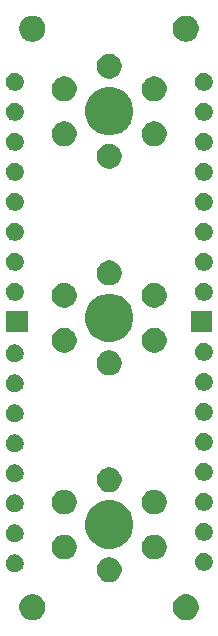
<source format=gbr>
G04 #@! TF.GenerationSoftware,KiCad,Pcbnew,5.1.5-52549c5~84~ubuntu18.04.1*
G04 #@! TF.CreationDate,2020-01-14T19:02:19-08:00*
G04 #@! TF.ProjectId,somos_dielectrode_v1.0,736f6d6f-735f-4646-9965-6c656374726f,rev?*
G04 #@! TF.SameCoordinates,Original*
G04 #@! TF.FileFunction,Soldermask,Bot*
G04 #@! TF.FilePolarity,Negative*
%FSLAX46Y46*%
G04 Gerber Fmt 4.6, Leading zero omitted, Abs format (unit mm)*
G04 Created by KiCad (PCBNEW 5.1.5-52549c5~84~ubuntu18.04.1) date 2020-01-14 19:02:19*
%MOMM*%
%LPD*%
G04 APERTURE LIST*
%ADD10C,0.100000*%
G04 APERTURE END LIST*
D10*
G36*
X156714794Y-123420155D02*
G01*
X156821150Y-123441311D01*
X156921334Y-123482809D01*
X157021520Y-123524307D01*
X157201844Y-123644795D01*
X157355205Y-123798156D01*
X157475693Y-123978480D01*
X157558689Y-124178851D01*
X157601000Y-124391560D01*
X157601000Y-124608440D01*
X157558689Y-124821149D01*
X157475693Y-125021520D01*
X157355205Y-125201844D01*
X157201844Y-125355205D01*
X157021520Y-125475693D01*
X156921334Y-125517191D01*
X156821150Y-125558689D01*
X156714795Y-125579844D01*
X156608440Y-125601000D01*
X156391560Y-125601000D01*
X156285205Y-125579844D01*
X156178850Y-125558689D01*
X156078666Y-125517191D01*
X155978480Y-125475693D01*
X155798156Y-125355205D01*
X155644795Y-125201844D01*
X155524307Y-125021520D01*
X155441311Y-124821149D01*
X155399000Y-124608440D01*
X155399000Y-124391560D01*
X155441311Y-124178851D01*
X155524307Y-123978480D01*
X155644795Y-123798156D01*
X155798156Y-123644795D01*
X155978480Y-123524307D01*
X156078666Y-123482809D01*
X156178850Y-123441311D01*
X156285206Y-123420155D01*
X156391560Y-123399000D01*
X156608440Y-123399000D01*
X156714794Y-123420155D01*
G37*
G36*
X143714794Y-123420155D02*
G01*
X143821150Y-123441311D01*
X143921334Y-123482809D01*
X144021520Y-123524307D01*
X144201844Y-123644795D01*
X144355205Y-123798156D01*
X144475693Y-123978480D01*
X144558689Y-124178851D01*
X144601000Y-124391560D01*
X144601000Y-124608440D01*
X144558689Y-124821149D01*
X144475693Y-125021520D01*
X144355205Y-125201844D01*
X144201844Y-125355205D01*
X144021520Y-125475693D01*
X143921334Y-125517191D01*
X143821150Y-125558689D01*
X143714795Y-125579844D01*
X143608440Y-125601000D01*
X143391560Y-125601000D01*
X143285205Y-125579844D01*
X143178850Y-125558689D01*
X143078666Y-125517191D01*
X142978480Y-125475693D01*
X142798156Y-125355205D01*
X142644795Y-125201844D01*
X142524307Y-125021520D01*
X142441311Y-124821149D01*
X142399000Y-124608440D01*
X142399000Y-124391560D01*
X142441311Y-124178851D01*
X142524307Y-123978480D01*
X142644795Y-123798156D01*
X142798156Y-123644795D01*
X142978480Y-123524307D01*
X143078666Y-123482809D01*
X143178850Y-123441311D01*
X143285206Y-123420155D01*
X143391560Y-123399000D01*
X143608440Y-123399000D01*
X143714794Y-123420155D01*
G37*
G36*
X150306564Y-120299389D02*
G01*
X150395880Y-120336385D01*
X150497835Y-120378616D01*
X150669973Y-120493635D01*
X150816365Y-120640027D01*
X150872453Y-120723968D01*
X150931385Y-120812167D01*
X151010611Y-121003436D01*
X151051000Y-121206484D01*
X151051000Y-121413516D01*
X151010611Y-121616564D01*
X150931385Y-121807833D01*
X150931384Y-121807835D01*
X150816365Y-121979973D01*
X150669973Y-122126365D01*
X150497835Y-122241384D01*
X150497834Y-122241385D01*
X150497833Y-122241385D01*
X150306564Y-122320611D01*
X150103516Y-122361000D01*
X149896484Y-122361000D01*
X149693436Y-122320611D01*
X149502167Y-122241385D01*
X149502166Y-122241385D01*
X149502165Y-122241384D01*
X149330027Y-122126365D01*
X149183635Y-121979973D01*
X149068616Y-121807835D01*
X149068615Y-121807833D01*
X148989389Y-121616564D01*
X148949000Y-121413516D01*
X148949000Y-121206484D01*
X148989389Y-121003436D01*
X149068615Y-120812167D01*
X149127548Y-120723968D01*
X149183635Y-120640027D01*
X149330027Y-120493635D01*
X149502165Y-120378616D01*
X149604120Y-120336385D01*
X149693436Y-120299389D01*
X149896484Y-120259000D01*
X150103516Y-120259000D01*
X150306564Y-120299389D01*
G37*
G36*
X142219059Y-120057860D02*
G01*
X142355732Y-120114472D01*
X142478735Y-120196660D01*
X142583340Y-120301265D01*
X142665528Y-120424268D01*
X142722140Y-120560941D01*
X142751000Y-120706033D01*
X142751000Y-120853967D01*
X142722140Y-120999059D01*
X142665528Y-121135732D01*
X142583340Y-121258735D01*
X142478735Y-121363340D01*
X142355732Y-121445528D01*
X142355731Y-121445529D01*
X142355730Y-121445529D01*
X142219059Y-121502140D01*
X142073968Y-121531000D01*
X141926032Y-121531000D01*
X141780941Y-121502140D01*
X141644270Y-121445529D01*
X141644269Y-121445529D01*
X141644268Y-121445528D01*
X141521265Y-121363340D01*
X141416660Y-121258735D01*
X141334472Y-121135732D01*
X141277860Y-120999059D01*
X141249000Y-120853967D01*
X141249000Y-120706033D01*
X141277860Y-120560941D01*
X141334472Y-120424268D01*
X141416660Y-120301265D01*
X141521265Y-120196660D01*
X141644268Y-120114472D01*
X141780941Y-120057860D01*
X141926032Y-120029000D01*
X142073968Y-120029000D01*
X142219059Y-120057860D01*
G37*
G36*
X158219059Y-119927860D02*
G01*
X158355732Y-119984472D01*
X158478735Y-120066660D01*
X158583340Y-120171265D01*
X158665528Y-120294268D01*
X158665529Y-120294270D01*
X158722140Y-120430941D01*
X158751000Y-120576032D01*
X158751000Y-120723968D01*
X158722140Y-120869059D01*
X158666480Y-121003435D01*
X158665528Y-121005732D01*
X158583340Y-121128735D01*
X158478735Y-121233340D01*
X158355732Y-121315528D01*
X158355731Y-121315529D01*
X158355730Y-121315529D01*
X158219059Y-121372140D01*
X158073968Y-121401000D01*
X157926032Y-121401000D01*
X157780941Y-121372140D01*
X157644270Y-121315529D01*
X157644269Y-121315529D01*
X157644268Y-121315528D01*
X157521265Y-121233340D01*
X157416660Y-121128735D01*
X157334472Y-121005732D01*
X157333521Y-121003435D01*
X157277860Y-120869059D01*
X157249000Y-120723968D01*
X157249000Y-120576032D01*
X157277860Y-120430941D01*
X157334471Y-120294270D01*
X157334472Y-120294268D01*
X157416660Y-120171265D01*
X157521265Y-120066660D01*
X157644268Y-119984472D01*
X157780941Y-119927860D01*
X157926032Y-119899000D01*
X158073968Y-119899000D01*
X158219059Y-119927860D01*
G37*
G36*
X154116564Y-118394389D02*
G01*
X154302753Y-118471511D01*
X154307835Y-118473616D01*
X154479973Y-118588635D01*
X154626365Y-118735027D01*
X154710538Y-118861000D01*
X154741385Y-118907167D01*
X154820611Y-119098436D01*
X154861000Y-119301484D01*
X154861000Y-119508516D01*
X154820611Y-119711564D01*
X154741385Y-119902833D01*
X154741384Y-119902835D01*
X154626365Y-120074973D01*
X154479973Y-120221365D01*
X154307835Y-120336384D01*
X154307834Y-120336385D01*
X154307833Y-120336385D01*
X154116564Y-120415611D01*
X153913516Y-120456000D01*
X153706484Y-120456000D01*
X153503436Y-120415611D01*
X153312167Y-120336385D01*
X153312166Y-120336385D01*
X153312165Y-120336384D01*
X153140027Y-120221365D01*
X152993635Y-120074973D01*
X152878616Y-119902835D01*
X152878615Y-119902833D01*
X152799389Y-119711564D01*
X152759000Y-119508516D01*
X152759000Y-119301484D01*
X152799389Y-119098436D01*
X152878615Y-118907167D01*
X152909463Y-118861000D01*
X152993635Y-118735027D01*
X153140027Y-118588635D01*
X153312165Y-118473616D01*
X153317247Y-118471511D01*
X153503436Y-118394389D01*
X153706484Y-118354000D01*
X153913516Y-118354000D01*
X154116564Y-118394389D01*
G37*
G36*
X146496564Y-118394389D02*
G01*
X146682753Y-118471511D01*
X146687835Y-118473616D01*
X146859973Y-118588635D01*
X147006365Y-118735027D01*
X147090538Y-118861000D01*
X147121385Y-118907167D01*
X147200611Y-119098436D01*
X147241000Y-119301484D01*
X147241000Y-119508516D01*
X147200611Y-119711564D01*
X147121385Y-119902833D01*
X147121384Y-119902835D01*
X147006365Y-120074973D01*
X146859973Y-120221365D01*
X146687835Y-120336384D01*
X146687834Y-120336385D01*
X146687833Y-120336385D01*
X146496564Y-120415611D01*
X146293516Y-120456000D01*
X146086484Y-120456000D01*
X145883436Y-120415611D01*
X145692167Y-120336385D01*
X145692166Y-120336385D01*
X145692165Y-120336384D01*
X145520027Y-120221365D01*
X145373635Y-120074973D01*
X145258616Y-119902835D01*
X145258615Y-119902833D01*
X145179389Y-119711564D01*
X145139000Y-119508516D01*
X145139000Y-119301484D01*
X145179389Y-119098436D01*
X145258615Y-118907167D01*
X145289463Y-118861000D01*
X145373635Y-118735027D01*
X145520027Y-118588635D01*
X145692165Y-118473616D01*
X145697247Y-118471511D01*
X145883436Y-118394389D01*
X146086484Y-118354000D01*
X146293516Y-118354000D01*
X146496564Y-118394389D01*
G37*
G36*
X150598254Y-115527818D02*
G01*
X150971511Y-115682426D01*
X150971513Y-115682427D01*
X151307436Y-115906884D01*
X151593116Y-116192564D01*
X151816168Y-116526384D01*
X151817574Y-116528489D01*
X151972182Y-116901746D01*
X152051000Y-117297993D01*
X152051000Y-117702007D01*
X151972182Y-118098254D01*
X151819968Y-118465732D01*
X151817573Y-118471513D01*
X151593116Y-118807436D01*
X151307436Y-119093116D01*
X150971513Y-119317573D01*
X150971512Y-119317574D01*
X150971511Y-119317574D01*
X150598254Y-119472182D01*
X150202007Y-119551000D01*
X149797993Y-119551000D01*
X149401746Y-119472182D01*
X149028489Y-119317574D01*
X149028488Y-119317574D01*
X149028487Y-119317573D01*
X148692564Y-119093116D01*
X148406884Y-118807436D01*
X148182427Y-118471513D01*
X148180032Y-118465732D01*
X148027818Y-118098254D01*
X147949000Y-117702007D01*
X147949000Y-117297993D01*
X148027818Y-116901746D01*
X148182426Y-116528489D01*
X148183833Y-116526384D01*
X148406884Y-116192564D01*
X148692564Y-115906884D01*
X149028487Y-115682427D01*
X149028489Y-115682426D01*
X149401746Y-115527818D01*
X149797993Y-115449000D01*
X150202007Y-115449000D01*
X150598254Y-115527818D01*
G37*
G36*
X142219059Y-117517860D02*
G01*
X142355732Y-117574472D01*
X142478735Y-117656660D01*
X142583340Y-117761265D01*
X142583341Y-117761267D01*
X142665529Y-117884270D01*
X142722140Y-118020941D01*
X142737519Y-118098255D01*
X142751000Y-118166033D01*
X142751000Y-118313967D01*
X142722140Y-118459059D01*
X142665528Y-118595732D01*
X142583340Y-118718735D01*
X142478735Y-118823340D01*
X142355732Y-118905528D01*
X142355731Y-118905529D01*
X142355730Y-118905529D01*
X142219059Y-118962140D01*
X142073968Y-118991000D01*
X141926032Y-118991000D01*
X141780941Y-118962140D01*
X141644270Y-118905529D01*
X141644269Y-118905529D01*
X141644268Y-118905528D01*
X141521265Y-118823340D01*
X141416660Y-118718735D01*
X141334472Y-118595732D01*
X141277860Y-118459059D01*
X141249000Y-118313967D01*
X141249000Y-118166033D01*
X141262482Y-118098255D01*
X141277860Y-118020941D01*
X141334471Y-117884270D01*
X141416659Y-117761267D01*
X141416660Y-117761265D01*
X141521265Y-117656660D01*
X141644268Y-117574472D01*
X141780941Y-117517860D01*
X141926032Y-117489000D01*
X142073968Y-117489000D01*
X142219059Y-117517860D01*
G37*
G36*
X158219059Y-117387860D02*
G01*
X158355732Y-117444472D01*
X158478735Y-117526660D01*
X158583340Y-117631265D01*
X158665528Y-117754268D01*
X158722140Y-117890941D01*
X158751000Y-118036033D01*
X158751000Y-118183967D01*
X158722140Y-118329059D01*
X158665528Y-118465732D01*
X158583340Y-118588735D01*
X158478735Y-118693340D01*
X158355732Y-118775528D01*
X158355731Y-118775529D01*
X158355730Y-118775529D01*
X158219059Y-118832140D01*
X158073968Y-118861000D01*
X157926032Y-118861000D01*
X157780941Y-118832140D01*
X157644270Y-118775529D01*
X157644269Y-118775529D01*
X157644268Y-118775528D01*
X157521265Y-118693340D01*
X157416660Y-118588735D01*
X157334472Y-118465732D01*
X157277860Y-118329059D01*
X157249000Y-118183967D01*
X157249000Y-118036033D01*
X157277860Y-117890941D01*
X157334472Y-117754268D01*
X157416660Y-117631265D01*
X157521265Y-117526660D01*
X157644268Y-117444472D01*
X157780941Y-117387860D01*
X157926032Y-117359000D01*
X158073968Y-117359000D01*
X158219059Y-117387860D01*
G37*
G36*
X146496564Y-114584389D02*
G01*
X146585880Y-114621385D01*
X146687835Y-114663616D01*
X146859973Y-114778635D01*
X147006365Y-114925027D01*
X147117442Y-115091265D01*
X147121385Y-115097167D01*
X147200611Y-115288436D01*
X147241000Y-115491484D01*
X147241000Y-115698516D01*
X147200611Y-115901564D01*
X147121385Y-116092833D01*
X147121384Y-116092835D01*
X147006365Y-116264973D01*
X146859973Y-116411365D01*
X146687835Y-116526384D01*
X146687834Y-116526385D01*
X146687833Y-116526385D01*
X146496564Y-116605611D01*
X146293516Y-116646000D01*
X146086484Y-116646000D01*
X145883436Y-116605611D01*
X145692167Y-116526385D01*
X145692166Y-116526385D01*
X145692165Y-116526384D01*
X145520027Y-116411365D01*
X145373635Y-116264973D01*
X145258616Y-116092835D01*
X145258615Y-116092833D01*
X145179389Y-115901564D01*
X145139000Y-115698516D01*
X145139000Y-115491484D01*
X145179389Y-115288436D01*
X145258615Y-115097167D01*
X145262559Y-115091265D01*
X145373635Y-114925027D01*
X145520027Y-114778635D01*
X145692165Y-114663616D01*
X145794120Y-114621385D01*
X145883436Y-114584389D01*
X146086484Y-114544000D01*
X146293516Y-114544000D01*
X146496564Y-114584389D01*
G37*
G36*
X154116564Y-114584389D02*
G01*
X154205880Y-114621385D01*
X154307835Y-114663616D01*
X154479973Y-114778635D01*
X154626365Y-114925027D01*
X154737442Y-115091265D01*
X154741385Y-115097167D01*
X154820611Y-115288436D01*
X154861000Y-115491484D01*
X154861000Y-115698516D01*
X154820611Y-115901564D01*
X154741385Y-116092833D01*
X154741384Y-116092835D01*
X154626365Y-116264973D01*
X154479973Y-116411365D01*
X154307835Y-116526384D01*
X154307834Y-116526385D01*
X154307833Y-116526385D01*
X154116564Y-116605611D01*
X153913516Y-116646000D01*
X153706484Y-116646000D01*
X153503436Y-116605611D01*
X153312167Y-116526385D01*
X153312166Y-116526385D01*
X153312165Y-116526384D01*
X153140027Y-116411365D01*
X152993635Y-116264973D01*
X152878616Y-116092835D01*
X152878615Y-116092833D01*
X152799389Y-115901564D01*
X152759000Y-115698516D01*
X152759000Y-115491484D01*
X152799389Y-115288436D01*
X152878615Y-115097167D01*
X152882559Y-115091265D01*
X152993635Y-114925027D01*
X153140027Y-114778635D01*
X153312165Y-114663616D01*
X153414120Y-114621385D01*
X153503436Y-114584389D01*
X153706484Y-114544000D01*
X153913516Y-114544000D01*
X154116564Y-114584389D01*
G37*
G36*
X142219059Y-114977860D02*
G01*
X142355732Y-115034472D01*
X142478735Y-115116660D01*
X142583340Y-115221265D01*
X142628222Y-115288436D01*
X142665529Y-115344270D01*
X142722140Y-115480941D01*
X142724238Y-115491486D01*
X142751000Y-115626033D01*
X142751000Y-115773967D01*
X142722140Y-115919059D01*
X142665528Y-116055732D01*
X142583340Y-116178735D01*
X142478735Y-116283340D01*
X142355732Y-116365528D01*
X142355731Y-116365529D01*
X142355730Y-116365529D01*
X142219059Y-116422140D01*
X142073968Y-116451000D01*
X141926032Y-116451000D01*
X141780941Y-116422140D01*
X141644270Y-116365529D01*
X141644269Y-116365529D01*
X141644268Y-116365528D01*
X141521265Y-116283340D01*
X141416660Y-116178735D01*
X141334472Y-116055732D01*
X141277860Y-115919059D01*
X141249000Y-115773967D01*
X141249000Y-115626033D01*
X141275763Y-115491486D01*
X141277860Y-115480941D01*
X141334471Y-115344270D01*
X141371778Y-115288436D01*
X141416660Y-115221265D01*
X141521265Y-115116660D01*
X141644268Y-115034472D01*
X141780941Y-114977860D01*
X141926032Y-114949000D01*
X142073968Y-114949000D01*
X142219059Y-114977860D01*
G37*
G36*
X158219059Y-114847860D02*
G01*
X158355732Y-114904472D01*
X158478735Y-114986660D01*
X158583340Y-115091265D01*
X158600308Y-115116660D01*
X158665529Y-115214270D01*
X158719376Y-115344268D01*
X158722140Y-115350941D01*
X158751000Y-115496033D01*
X158751000Y-115643967D01*
X158722140Y-115789059D01*
X158665528Y-115925732D01*
X158583340Y-116048735D01*
X158478735Y-116153340D01*
X158355732Y-116235528D01*
X158355731Y-116235529D01*
X158355730Y-116235529D01*
X158219059Y-116292140D01*
X158073968Y-116321000D01*
X157926032Y-116321000D01*
X157780941Y-116292140D01*
X157644270Y-116235529D01*
X157644269Y-116235529D01*
X157644268Y-116235528D01*
X157521265Y-116153340D01*
X157416660Y-116048735D01*
X157334472Y-115925732D01*
X157277860Y-115789059D01*
X157249000Y-115643967D01*
X157249000Y-115496033D01*
X157277860Y-115350941D01*
X157280624Y-115344268D01*
X157334471Y-115214270D01*
X157399692Y-115116660D01*
X157416660Y-115091265D01*
X157521265Y-114986660D01*
X157644268Y-114904472D01*
X157780941Y-114847860D01*
X157926032Y-114819000D01*
X158073968Y-114819000D01*
X158219059Y-114847860D01*
G37*
G36*
X150306564Y-112679389D02*
G01*
X150497833Y-112758615D01*
X150497835Y-112758616D01*
X150669973Y-112873635D01*
X150816365Y-113020027D01*
X150872453Y-113103968D01*
X150931385Y-113192167D01*
X151010611Y-113383436D01*
X151051000Y-113586484D01*
X151051000Y-113793516D01*
X151010611Y-113996564D01*
X150931385Y-114187833D01*
X150931384Y-114187835D01*
X150816365Y-114359973D01*
X150669973Y-114506365D01*
X150497835Y-114621384D01*
X150497834Y-114621385D01*
X150497833Y-114621385D01*
X150306564Y-114700611D01*
X150103516Y-114741000D01*
X149896484Y-114741000D01*
X149693436Y-114700611D01*
X149502167Y-114621385D01*
X149502166Y-114621385D01*
X149502165Y-114621384D01*
X149330027Y-114506365D01*
X149183635Y-114359973D01*
X149068616Y-114187835D01*
X149068615Y-114187833D01*
X148989389Y-113996564D01*
X148949000Y-113793516D01*
X148949000Y-113586484D01*
X148989389Y-113383436D01*
X149068615Y-113192167D01*
X149127548Y-113103968D01*
X149183635Y-113020027D01*
X149330027Y-112873635D01*
X149502165Y-112758616D01*
X149502167Y-112758615D01*
X149693436Y-112679389D01*
X149896484Y-112639000D01*
X150103516Y-112639000D01*
X150306564Y-112679389D01*
G37*
G36*
X142219059Y-112437860D02*
G01*
X142355732Y-112494472D01*
X142478735Y-112576660D01*
X142583340Y-112681265D01*
X142665528Y-112804268D01*
X142722140Y-112940941D01*
X142751000Y-113086033D01*
X142751000Y-113233967D01*
X142722140Y-113379059D01*
X142665528Y-113515732D01*
X142583340Y-113638735D01*
X142478735Y-113743340D01*
X142355732Y-113825528D01*
X142355731Y-113825529D01*
X142355730Y-113825529D01*
X142219059Y-113882140D01*
X142073968Y-113911000D01*
X141926032Y-113911000D01*
X141780941Y-113882140D01*
X141644270Y-113825529D01*
X141644269Y-113825529D01*
X141644268Y-113825528D01*
X141521265Y-113743340D01*
X141416660Y-113638735D01*
X141334472Y-113515732D01*
X141277860Y-113379059D01*
X141249000Y-113233967D01*
X141249000Y-113086033D01*
X141277860Y-112940941D01*
X141334472Y-112804268D01*
X141416660Y-112681265D01*
X141521265Y-112576660D01*
X141644268Y-112494472D01*
X141780941Y-112437860D01*
X141926032Y-112409000D01*
X142073968Y-112409000D01*
X142219059Y-112437860D01*
G37*
G36*
X158219059Y-112307860D02*
G01*
X158355732Y-112364472D01*
X158478735Y-112446660D01*
X158583340Y-112551265D01*
X158665528Y-112674268D01*
X158665529Y-112674270D01*
X158722140Y-112810941D01*
X158751000Y-112956032D01*
X158751000Y-113103968D01*
X158722140Y-113249059D01*
X158666480Y-113383435D01*
X158665528Y-113385732D01*
X158583340Y-113508735D01*
X158478735Y-113613340D01*
X158355732Y-113695528D01*
X158355731Y-113695529D01*
X158355730Y-113695529D01*
X158219059Y-113752140D01*
X158073968Y-113781000D01*
X157926032Y-113781000D01*
X157780941Y-113752140D01*
X157644270Y-113695529D01*
X157644269Y-113695529D01*
X157644268Y-113695528D01*
X157521265Y-113613340D01*
X157416660Y-113508735D01*
X157334472Y-113385732D01*
X157333521Y-113383435D01*
X157277860Y-113249059D01*
X157249000Y-113103968D01*
X157249000Y-112956032D01*
X157277860Y-112810941D01*
X157334471Y-112674270D01*
X157334472Y-112674268D01*
X157416660Y-112551265D01*
X157521265Y-112446660D01*
X157644268Y-112364472D01*
X157780941Y-112307860D01*
X157926032Y-112279000D01*
X158073968Y-112279000D01*
X158219059Y-112307860D01*
G37*
G36*
X142219059Y-109897860D02*
G01*
X142355732Y-109954472D01*
X142478735Y-110036660D01*
X142583340Y-110141265D01*
X142665528Y-110264268D01*
X142722140Y-110400941D01*
X142751000Y-110546033D01*
X142751000Y-110693967D01*
X142722140Y-110839059D01*
X142665528Y-110975732D01*
X142583340Y-111098735D01*
X142478735Y-111203340D01*
X142355732Y-111285528D01*
X142355731Y-111285529D01*
X142355730Y-111285529D01*
X142219059Y-111342140D01*
X142073968Y-111371000D01*
X141926032Y-111371000D01*
X141780941Y-111342140D01*
X141644270Y-111285529D01*
X141644269Y-111285529D01*
X141644268Y-111285528D01*
X141521265Y-111203340D01*
X141416660Y-111098735D01*
X141334472Y-110975732D01*
X141277860Y-110839059D01*
X141249000Y-110693967D01*
X141249000Y-110546033D01*
X141277860Y-110400941D01*
X141334472Y-110264268D01*
X141416660Y-110141265D01*
X141521265Y-110036660D01*
X141644268Y-109954472D01*
X141780941Y-109897860D01*
X141926032Y-109869000D01*
X142073968Y-109869000D01*
X142219059Y-109897860D01*
G37*
G36*
X158219059Y-109767860D02*
G01*
X158355732Y-109824472D01*
X158478735Y-109906660D01*
X158583340Y-110011265D01*
X158665528Y-110134268D01*
X158722140Y-110270941D01*
X158751000Y-110416033D01*
X158751000Y-110563967D01*
X158722140Y-110709059D01*
X158665528Y-110845732D01*
X158583340Y-110968735D01*
X158478735Y-111073340D01*
X158355732Y-111155528D01*
X158355731Y-111155529D01*
X158355730Y-111155529D01*
X158219059Y-111212140D01*
X158073968Y-111241000D01*
X157926032Y-111241000D01*
X157780941Y-111212140D01*
X157644270Y-111155529D01*
X157644269Y-111155529D01*
X157644268Y-111155528D01*
X157521265Y-111073340D01*
X157416660Y-110968735D01*
X157334472Y-110845732D01*
X157277860Y-110709059D01*
X157249000Y-110563967D01*
X157249000Y-110416033D01*
X157277860Y-110270941D01*
X157334472Y-110134268D01*
X157416660Y-110011265D01*
X157521265Y-109906660D01*
X157644268Y-109824472D01*
X157780941Y-109767860D01*
X157926032Y-109739000D01*
X158073968Y-109739000D01*
X158219059Y-109767860D01*
G37*
G36*
X142219059Y-107357860D02*
G01*
X142355732Y-107414472D01*
X142478735Y-107496660D01*
X142583340Y-107601265D01*
X142665528Y-107724268D01*
X142722140Y-107860941D01*
X142751000Y-108006033D01*
X142751000Y-108153967D01*
X142722140Y-108299059D01*
X142665528Y-108435732D01*
X142583340Y-108558735D01*
X142478735Y-108663340D01*
X142355732Y-108745528D01*
X142355731Y-108745529D01*
X142355730Y-108745529D01*
X142219059Y-108802140D01*
X142073968Y-108831000D01*
X141926032Y-108831000D01*
X141780941Y-108802140D01*
X141644270Y-108745529D01*
X141644269Y-108745529D01*
X141644268Y-108745528D01*
X141521265Y-108663340D01*
X141416660Y-108558735D01*
X141334472Y-108435732D01*
X141277860Y-108299059D01*
X141249000Y-108153967D01*
X141249000Y-108006033D01*
X141277860Y-107860941D01*
X141334472Y-107724268D01*
X141416660Y-107601265D01*
X141521265Y-107496660D01*
X141644268Y-107414472D01*
X141780941Y-107357860D01*
X141926032Y-107329000D01*
X142073968Y-107329000D01*
X142219059Y-107357860D01*
G37*
G36*
X158219059Y-107227860D02*
G01*
X158355732Y-107284472D01*
X158478735Y-107366660D01*
X158583340Y-107471265D01*
X158665528Y-107594268D01*
X158722140Y-107730941D01*
X158751000Y-107876033D01*
X158751000Y-108023967D01*
X158722140Y-108169059D01*
X158665528Y-108305732D01*
X158583340Y-108428735D01*
X158478735Y-108533340D01*
X158355732Y-108615528D01*
X158355731Y-108615529D01*
X158355730Y-108615529D01*
X158219059Y-108672140D01*
X158073968Y-108701000D01*
X157926032Y-108701000D01*
X157780941Y-108672140D01*
X157644270Y-108615529D01*
X157644269Y-108615529D01*
X157644268Y-108615528D01*
X157521265Y-108533340D01*
X157416660Y-108428735D01*
X157334472Y-108305732D01*
X157277860Y-108169059D01*
X157249000Y-108023967D01*
X157249000Y-107876033D01*
X157277860Y-107730941D01*
X157334472Y-107594268D01*
X157416660Y-107471265D01*
X157521265Y-107366660D01*
X157644268Y-107284472D01*
X157780941Y-107227860D01*
X157926032Y-107199000D01*
X158073968Y-107199000D01*
X158219059Y-107227860D01*
G37*
G36*
X142219059Y-104817860D02*
G01*
X142355732Y-104874472D01*
X142478735Y-104956660D01*
X142583340Y-105061265D01*
X142665528Y-105184268D01*
X142722140Y-105320941D01*
X142751000Y-105466033D01*
X142751000Y-105613967D01*
X142722140Y-105759059D01*
X142665528Y-105895732D01*
X142583340Y-106018735D01*
X142478735Y-106123340D01*
X142355732Y-106205528D01*
X142355731Y-106205529D01*
X142355730Y-106205529D01*
X142219059Y-106262140D01*
X142073968Y-106291000D01*
X141926032Y-106291000D01*
X141780941Y-106262140D01*
X141644270Y-106205529D01*
X141644269Y-106205529D01*
X141644268Y-106205528D01*
X141521265Y-106123340D01*
X141416660Y-106018735D01*
X141334472Y-105895732D01*
X141277860Y-105759059D01*
X141249000Y-105613967D01*
X141249000Y-105466033D01*
X141277860Y-105320941D01*
X141334472Y-105184268D01*
X141416660Y-105061265D01*
X141521265Y-104956660D01*
X141644268Y-104874472D01*
X141780941Y-104817860D01*
X141926032Y-104789000D01*
X142073968Y-104789000D01*
X142219059Y-104817860D01*
G37*
G36*
X158219059Y-104687860D02*
G01*
X158348280Y-104741385D01*
X158355732Y-104744472D01*
X158478735Y-104826660D01*
X158583340Y-104931265D01*
X158665528Y-105054268D01*
X158722140Y-105190941D01*
X158751000Y-105336033D01*
X158751000Y-105483967D01*
X158722140Y-105629059D01*
X158665528Y-105765732D01*
X158583340Y-105888735D01*
X158478735Y-105993340D01*
X158355732Y-106075528D01*
X158355731Y-106075529D01*
X158355730Y-106075529D01*
X158219059Y-106132140D01*
X158073968Y-106161000D01*
X157926032Y-106161000D01*
X157780941Y-106132140D01*
X157644270Y-106075529D01*
X157644269Y-106075529D01*
X157644268Y-106075528D01*
X157521265Y-105993340D01*
X157416660Y-105888735D01*
X157334472Y-105765732D01*
X157277860Y-105629059D01*
X157249000Y-105483967D01*
X157249000Y-105336033D01*
X157277860Y-105190941D01*
X157334472Y-105054268D01*
X157416660Y-104931265D01*
X157521265Y-104826660D01*
X157644268Y-104744472D01*
X157651721Y-104741385D01*
X157780941Y-104687860D01*
X157926032Y-104659000D01*
X158073968Y-104659000D01*
X158219059Y-104687860D01*
G37*
G36*
X150306564Y-102799389D02*
G01*
X150395880Y-102836385D01*
X150497835Y-102878616D01*
X150669973Y-102993635D01*
X150816365Y-103140027D01*
X150869173Y-103219059D01*
X150931385Y-103312167D01*
X151010611Y-103503436D01*
X151051000Y-103706484D01*
X151051000Y-103913516D01*
X151010611Y-104116564D01*
X150931385Y-104307833D01*
X150931384Y-104307835D01*
X150816365Y-104479973D01*
X150669973Y-104626365D01*
X150497835Y-104741384D01*
X150497834Y-104741385D01*
X150497833Y-104741385D01*
X150306564Y-104820611D01*
X150103516Y-104861000D01*
X149896484Y-104861000D01*
X149693436Y-104820611D01*
X149502167Y-104741385D01*
X149502166Y-104741385D01*
X149502165Y-104741384D01*
X149330027Y-104626365D01*
X149183635Y-104479973D01*
X149068616Y-104307835D01*
X149068615Y-104307833D01*
X148989389Y-104116564D01*
X148949000Y-103913516D01*
X148949000Y-103706484D01*
X148989389Y-103503436D01*
X149068615Y-103312167D01*
X149130828Y-103219059D01*
X149183635Y-103140027D01*
X149330027Y-102993635D01*
X149502165Y-102878616D01*
X149604120Y-102836385D01*
X149693436Y-102799389D01*
X149896484Y-102759000D01*
X150103516Y-102759000D01*
X150306564Y-102799389D01*
G37*
G36*
X142219059Y-102277860D02*
G01*
X142355732Y-102334472D01*
X142478735Y-102416660D01*
X142583340Y-102521265D01*
X142665528Y-102644268D01*
X142665529Y-102644270D01*
X142722140Y-102780941D01*
X142741569Y-102878616D01*
X142751000Y-102926033D01*
X142751000Y-103073967D01*
X142722140Y-103219059D01*
X142665528Y-103355732D01*
X142583340Y-103478735D01*
X142478735Y-103583340D01*
X142355732Y-103665528D01*
X142355731Y-103665529D01*
X142355730Y-103665529D01*
X142219059Y-103722140D01*
X142073968Y-103751000D01*
X141926032Y-103751000D01*
X141780941Y-103722140D01*
X141644270Y-103665529D01*
X141644269Y-103665529D01*
X141644268Y-103665528D01*
X141521265Y-103583340D01*
X141416660Y-103478735D01*
X141334472Y-103355732D01*
X141277860Y-103219059D01*
X141249000Y-103073967D01*
X141249000Y-102926033D01*
X141258432Y-102878616D01*
X141277860Y-102780941D01*
X141334471Y-102644270D01*
X141334472Y-102644268D01*
X141416660Y-102521265D01*
X141521265Y-102416660D01*
X141644268Y-102334472D01*
X141780941Y-102277860D01*
X141926032Y-102249000D01*
X142073968Y-102249000D01*
X142219059Y-102277860D01*
G37*
G36*
X158219059Y-102147860D02*
G01*
X158355732Y-102204472D01*
X158478735Y-102286660D01*
X158583340Y-102391265D01*
X158665528Y-102514268D01*
X158722140Y-102650941D01*
X158751000Y-102796033D01*
X158751000Y-102943967D01*
X158722140Y-103089059D01*
X158665528Y-103225732D01*
X158583340Y-103348735D01*
X158478735Y-103453340D01*
X158355732Y-103535528D01*
X158355731Y-103535529D01*
X158355730Y-103535529D01*
X158219059Y-103592140D01*
X158073968Y-103621000D01*
X157926032Y-103621000D01*
X157780941Y-103592140D01*
X157644270Y-103535529D01*
X157644269Y-103535529D01*
X157644268Y-103535528D01*
X157521265Y-103453340D01*
X157416660Y-103348735D01*
X157334472Y-103225732D01*
X157277860Y-103089059D01*
X157249000Y-102943967D01*
X157249000Y-102796033D01*
X157277860Y-102650941D01*
X157334472Y-102514268D01*
X157416660Y-102391265D01*
X157521265Y-102286660D01*
X157644268Y-102204472D01*
X157780941Y-102147860D01*
X157926032Y-102119000D01*
X158073968Y-102119000D01*
X158219059Y-102147860D01*
G37*
G36*
X154116564Y-100894389D02*
G01*
X154302753Y-100971511D01*
X154307835Y-100973616D01*
X154479973Y-101088635D01*
X154626365Y-101235027D01*
X154741385Y-101407167D01*
X154820611Y-101598436D01*
X154861000Y-101801484D01*
X154861000Y-102008516D01*
X154820611Y-102211564D01*
X154746176Y-102391267D01*
X154741384Y-102402835D01*
X154626365Y-102574973D01*
X154479973Y-102721365D01*
X154307835Y-102836384D01*
X154307834Y-102836385D01*
X154307833Y-102836385D01*
X154116564Y-102915611D01*
X153913516Y-102956000D01*
X153706484Y-102956000D01*
X153503436Y-102915611D01*
X153312167Y-102836385D01*
X153312166Y-102836385D01*
X153312165Y-102836384D01*
X153140027Y-102721365D01*
X152993635Y-102574973D01*
X152878616Y-102402835D01*
X152873824Y-102391267D01*
X152799389Y-102211564D01*
X152759000Y-102008516D01*
X152759000Y-101801484D01*
X152799389Y-101598436D01*
X152878615Y-101407167D01*
X152993635Y-101235027D01*
X153140027Y-101088635D01*
X153312165Y-100973616D01*
X153317247Y-100971511D01*
X153503436Y-100894389D01*
X153706484Y-100854000D01*
X153913516Y-100854000D01*
X154116564Y-100894389D01*
G37*
G36*
X146496564Y-100894389D02*
G01*
X146682753Y-100971511D01*
X146687835Y-100973616D01*
X146859973Y-101088635D01*
X147006365Y-101235027D01*
X147121385Y-101407167D01*
X147200611Y-101598436D01*
X147241000Y-101801484D01*
X147241000Y-102008516D01*
X147200611Y-102211564D01*
X147126176Y-102391267D01*
X147121384Y-102402835D01*
X147006365Y-102574973D01*
X146859973Y-102721365D01*
X146687835Y-102836384D01*
X146687834Y-102836385D01*
X146687833Y-102836385D01*
X146496564Y-102915611D01*
X146293516Y-102956000D01*
X146086484Y-102956000D01*
X145883436Y-102915611D01*
X145692167Y-102836385D01*
X145692166Y-102836385D01*
X145692165Y-102836384D01*
X145520027Y-102721365D01*
X145373635Y-102574973D01*
X145258616Y-102402835D01*
X145253824Y-102391267D01*
X145179389Y-102211564D01*
X145139000Y-102008516D01*
X145139000Y-101801484D01*
X145179389Y-101598436D01*
X145258615Y-101407167D01*
X145373635Y-101235027D01*
X145520027Y-101088635D01*
X145692165Y-100973616D01*
X145697247Y-100971511D01*
X145883436Y-100894389D01*
X146086484Y-100854000D01*
X146293516Y-100854000D01*
X146496564Y-100894389D01*
G37*
G36*
X150598254Y-98027818D02*
G01*
X150971511Y-98182426D01*
X150971513Y-98182427D01*
X151307436Y-98406884D01*
X151593116Y-98692564D01*
X151816168Y-99026384D01*
X151817574Y-99028489D01*
X151972182Y-99401746D01*
X152051000Y-99797993D01*
X152051000Y-100202007D01*
X151972182Y-100598254D01*
X151817574Y-100971511D01*
X151817573Y-100971513D01*
X151593116Y-101307436D01*
X151307436Y-101593116D01*
X150971513Y-101817573D01*
X150971512Y-101817574D01*
X150971511Y-101817574D01*
X150598254Y-101972182D01*
X150202007Y-102051000D01*
X149797993Y-102051000D01*
X149401746Y-101972182D01*
X149028489Y-101817574D01*
X149028488Y-101817574D01*
X149028487Y-101817573D01*
X148692564Y-101593116D01*
X148406884Y-101307436D01*
X148182427Y-100971513D01*
X148182426Y-100971511D01*
X148027818Y-100598254D01*
X147949000Y-100202007D01*
X147949000Y-99797993D01*
X148027818Y-99401746D01*
X148182426Y-99028489D01*
X148183833Y-99026384D01*
X148406884Y-98692564D01*
X148692564Y-98406884D01*
X149028487Y-98182427D01*
X149028489Y-98182426D01*
X149401746Y-98027818D01*
X149797993Y-97949000D01*
X150202007Y-97949000D01*
X150598254Y-98027818D01*
G37*
G36*
X158701000Y-101231000D02*
G01*
X156899000Y-101231000D01*
X156899000Y-99429000D01*
X158701000Y-99429000D01*
X158701000Y-101231000D01*
G37*
G36*
X143101000Y-101231000D02*
G01*
X141299000Y-101231000D01*
X141299000Y-99429000D01*
X143101000Y-99429000D01*
X143101000Y-101231000D01*
G37*
G36*
X146496564Y-97084389D02*
G01*
X146585880Y-97121385D01*
X146687835Y-97163616D01*
X146743200Y-97200610D01*
X146859973Y-97278635D01*
X147006365Y-97425027D01*
X147121385Y-97597167D01*
X147200611Y-97788436D01*
X147241000Y-97991484D01*
X147241000Y-98198516D01*
X147200611Y-98401564D01*
X147182400Y-98445529D01*
X147121384Y-98592835D01*
X147006365Y-98764973D01*
X146859973Y-98911365D01*
X146687835Y-99026384D01*
X146687834Y-99026385D01*
X146687833Y-99026385D01*
X146496564Y-99105611D01*
X146293516Y-99146000D01*
X146086484Y-99146000D01*
X145883436Y-99105611D01*
X145692167Y-99026385D01*
X145692166Y-99026385D01*
X145692165Y-99026384D01*
X145520027Y-98911365D01*
X145373635Y-98764973D01*
X145258616Y-98592835D01*
X145197600Y-98445529D01*
X145179389Y-98401564D01*
X145139000Y-98198516D01*
X145139000Y-97991484D01*
X145179389Y-97788436D01*
X145258615Y-97597167D01*
X145373635Y-97425027D01*
X145520027Y-97278635D01*
X145636800Y-97200610D01*
X145692165Y-97163616D01*
X145794120Y-97121385D01*
X145883436Y-97084389D01*
X146086484Y-97044000D01*
X146293516Y-97044000D01*
X146496564Y-97084389D01*
G37*
G36*
X154116564Y-97084389D02*
G01*
X154205880Y-97121385D01*
X154307835Y-97163616D01*
X154363200Y-97200610D01*
X154479973Y-97278635D01*
X154626365Y-97425027D01*
X154741385Y-97597167D01*
X154820611Y-97788436D01*
X154861000Y-97991484D01*
X154861000Y-98198516D01*
X154820611Y-98401564D01*
X154802400Y-98445529D01*
X154741384Y-98592835D01*
X154626365Y-98764973D01*
X154479973Y-98911365D01*
X154307835Y-99026384D01*
X154307834Y-99026385D01*
X154307833Y-99026385D01*
X154116564Y-99105611D01*
X153913516Y-99146000D01*
X153706484Y-99146000D01*
X153503436Y-99105611D01*
X153312167Y-99026385D01*
X153312166Y-99026385D01*
X153312165Y-99026384D01*
X153140027Y-98911365D01*
X152993635Y-98764973D01*
X152878616Y-98592835D01*
X152817600Y-98445529D01*
X152799389Y-98401564D01*
X152759000Y-98198516D01*
X152759000Y-97991484D01*
X152799389Y-97788436D01*
X152878615Y-97597167D01*
X152993635Y-97425027D01*
X153140027Y-97278635D01*
X153256800Y-97200610D01*
X153312165Y-97163616D01*
X153414120Y-97121385D01*
X153503436Y-97084389D01*
X153706484Y-97044000D01*
X153913516Y-97044000D01*
X154116564Y-97084389D01*
G37*
G36*
X158219059Y-97057860D02*
G01*
X158283106Y-97084389D01*
X158355732Y-97114472D01*
X158478735Y-97196660D01*
X158583340Y-97301265D01*
X158583341Y-97301267D01*
X158665529Y-97424270D01*
X158722140Y-97560941D01*
X158751000Y-97706033D01*
X158751000Y-97853967D01*
X158722140Y-97999059D01*
X158665528Y-98135732D01*
X158583340Y-98258735D01*
X158478735Y-98363340D01*
X158355732Y-98445528D01*
X158355731Y-98445529D01*
X158355730Y-98445529D01*
X158219059Y-98502140D01*
X158073968Y-98531000D01*
X157926032Y-98531000D01*
X157780941Y-98502140D01*
X157644270Y-98445529D01*
X157644269Y-98445529D01*
X157644268Y-98445528D01*
X157521265Y-98363340D01*
X157416660Y-98258735D01*
X157334472Y-98135732D01*
X157277860Y-97999059D01*
X157249000Y-97853967D01*
X157249000Y-97706033D01*
X157277860Y-97560941D01*
X157334471Y-97424270D01*
X157416659Y-97301267D01*
X157416660Y-97301265D01*
X157521265Y-97196660D01*
X157644268Y-97114472D01*
X157716895Y-97084389D01*
X157780941Y-97057860D01*
X157926032Y-97029000D01*
X158073968Y-97029000D01*
X158219059Y-97057860D01*
G37*
G36*
X142219059Y-97057860D02*
G01*
X142283106Y-97084389D01*
X142355732Y-97114472D01*
X142478735Y-97196660D01*
X142583340Y-97301265D01*
X142583341Y-97301267D01*
X142665529Y-97424270D01*
X142722140Y-97560941D01*
X142751000Y-97706033D01*
X142751000Y-97853967D01*
X142722140Y-97999059D01*
X142665528Y-98135732D01*
X142583340Y-98258735D01*
X142478735Y-98363340D01*
X142355732Y-98445528D01*
X142355731Y-98445529D01*
X142355730Y-98445529D01*
X142219059Y-98502140D01*
X142073968Y-98531000D01*
X141926032Y-98531000D01*
X141780941Y-98502140D01*
X141644270Y-98445529D01*
X141644269Y-98445529D01*
X141644268Y-98445528D01*
X141521265Y-98363340D01*
X141416660Y-98258735D01*
X141334472Y-98135732D01*
X141277860Y-97999059D01*
X141249000Y-97853967D01*
X141249000Y-97706033D01*
X141277860Y-97560941D01*
X141334471Y-97424270D01*
X141416659Y-97301267D01*
X141416660Y-97301265D01*
X141521265Y-97196660D01*
X141644268Y-97114472D01*
X141716895Y-97084389D01*
X141780941Y-97057860D01*
X141926032Y-97029000D01*
X142073968Y-97029000D01*
X142219059Y-97057860D01*
G37*
G36*
X150306564Y-95179389D02*
G01*
X150497833Y-95258615D01*
X150497835Y-95258616D01*
X150580675Y-95313968D01*
X150669973Y-95373635D01*
X150816365Y-95520027D01*
X150931385Y-95692167D01*
X151010611Y-95883436D01*
X151051000Y-96086484D01*
X151051000Y-96293516D01*
X151010611Y-96496564D01*
X150931385Y-96687833D01*
X150931384Y-96687835D01*
X150816365Y-96859973D01*
X150669973Y-97006365D01*
X150497835Y-97121384D01*
X150497834Y-97121385D01*
X150497833Y-97121385D01*
X150306564Y-97200611D01*
X150103516Y-97241000D01*
X149896484Y-97241000D01*
X149693436Y-97200611D01*
X149502167Y-97121385D01*
X149502166Y-97121385D01*
X149502165Y-97121384D01*
X149330027Y-97006365D01*
X149183635Y-96859973D01*
X149068616Y-96687835D01*
X149068615Y-96687833D01*
X148989389Y-96496564D01*
X148949000Y-96293516D01*
X148949000Y-96086484D01*
X148989389Y-95883436D01*
X149068615Y-95692167D01*
X149183635Y-95520027D01*
X149330027Y-95373635D01*
X149419325Y-95313968D01*
X149502165Y-95258616D01*
X149502167Y-95258615D01*
X149693436Y-95179389D01*
X149896484Y-95139000D01*
X150103516Y-95139000D01*
X150306564Y-95179389D01*
G37*
G36*
X142219059Y-94517860D02*
G01*
X142355732Y-94574472D01*
X142478735Y-94656660D01*
X142583340Y-94761265D01*
X142665528Y-94884268D01*
X142722140Y-95020941D01*
X142751000Y-95166033D01*
X142751000Y-95313967D01*
X142722140Y-95459059D01*
X142665528Y-95595732D01*
X142583340Y-95718735D01*
X142478735Y-95823340D01*
X142355732Y-95905528D01*
X142355731Y-95905529D01*
X142355730Y-95905529D01*
X142219059Y-95962140D01*
X142073968Y-95991000D01*
X141926032Y-95991000D01*
X141780941Y-95962140D01*
X141644270Y-95905529D01*
X141644269Y-95905529D01*
X141644268Y-95905528D01*
X141521265Y-95823340D01*
X141416660Y-95718735D01*
X141334472Y-95595732D01*
X141277860Y-95459059D01*
X141249000Y-95313967D01*
X141249000Y-95166033D01*
X141277860Y-95020941D01*
X141334472Y-94884268D01*
X141416660Y-94761265D01*
X141521265Y-94656660D01*
X141644268Y-94574472D01*
X141780941Y-94517860D01*
X141926032Y-94489000D01*
X142073968Y-94489000D01*
X142219059Y-94517860D01*
G37*
G36*
X158219059Y-94517860D02*
G01*
X158355732Y-94574472D01*
X158478735Y-94656660D01*
X158583340Y-94761265D01*
X158665528Y-94884268D01*
X158722140Y-95020941D01*
X158751000Y-95166033D01*
X158751000Y-95313967D01*
X158722140Y-95459059D01*
X158665528Y-95595732D01*
X158583340Y-95718735D01*
X158478735Y-95823340D01*
X158355732Y-95905528D01*
X158355731Y-95905529D01*
X158355730Y-95905529D01*
X158219059Y-95962140D01*
X158073968Y-95991000D01*
X157926032Y-95991000D01*
X157780941Y-95962140D01*
X157644270Y-95905529D01*
X157644269Y-95905529D01*
X157644268Y-95905528D01*
X157521265Y-95823340D01*
X157416660Y-95718735D01*
X157334472Y-95595732D01*
X157277860Y-95459059D01*
X157249000Y-95313967D01*
X157249000Y-95166033D01*
X157277860Y-95020941D01*
X157334472Y-94884268D01*
X157416660Y-94761265D01*
X157521265Y-94656660D01*
X157644268Y-94574472D01*
X157780941Y-94517860D01*
X157926032Y-94489000D01*
X158073968Y-94489000D01*
X158219059Y-94517860D01*
G37*
G36*
X158219059Y-91977860D02*
G01*
X158355732Y-92034472D01*
X158478735Y-92116660D01*
X158583340Y-92221265D01*
X158665528Y-92344268D01*
X158722140Y-92480941D01*
X158751000Y-92626033D01*
X158751000Y-92773967D01*
X158722140Y-92919059D01*
X158665528Y-93055732D01*
X158583340Y-93178735D01*
X158478735Y-93283340D01*
X158355732Y-93365528D01*
X158355731Y-93365529D01*
X158355730Y-93365529D01*
X158219059Y-93422140D01*
X158073968Y-93451000D01*
X157926032Y-93451000D01*
X157780941Y-93422140D01*
X157644270Y-93365529D01*
X157644269Y-93365529D01*
X157644268Y-93365528D01*
X157521265Y-93283340D01*
X157416660Y-93178735D01*
X157334472Y-93055732D01*
X157277860Y-92919059D01*
X157249000Y-92773967D01*
X157249000Y-92626033D01*
X157277860Y-92480941D01*
X157334472Y-92344268D01*
X157416660Y-92221265D01*
X157521265Y-92116660D01*
X157644268Y-92034472D01*
X157780941Y-91977860D01*
X157926032Y-91949000D01*
X158073968Y-91949000D01*
X158219059Y-91977860D01*
G37*
G36*
X142219059Y-91977860D02*
G01*
X142355732Y-92034472D01*
X142478735Y-92116660D01*
X142583340Y-92221265D01*
X142665528Y-92344268D01*
X142722140Y-92480941D01*
X142751000Y-92626033D01*
X142751000Y-92773967D01*
X142722140Y-92919059D01*
X142665528Y-93055732D01*
X142583340Y-93178735D01*
X142478735Y-93283340D01*
X142355732Y-93365528D01*
X142355731Y-93365529D01*
X142355730Y-93365529D01*
X142219059Y-93422140D01*
X142073968Y-93451000D01*
X141926032Y-93451000D01*
X141780941Y-93422140D01*
X141644270Y-93365529D01*
X141644269Y-93365529D01*
X141644268Y-93365528D01*
X141521265Y-93283340D01*
X141416660Y-93178735D01*
X141334472Y-93055732D01*
X141277860Y-92919059D01*
X141249000Y-92773967D01*
X141249000Y-92626033D01*
X141277860Y-92480941D01*
X141334472Y-92344268D01*
X141416660Y-92221265D01*
X141521265Y-92116660D01*
X141644268Y-92034472D01*
X141780941Y-91977860D01*
X141926032Y-91949000D01*
X142073968Y-91949000D01*
X142219059Y-91977860D01*
G37*
G36*
X142219059Y-89437860D02*
G01*
X142355732Y-89494472D01*
X142478735Y-89576660D01*
X142583340Y-89681265D01*
X142665528Y-89804268D01*
X142722140Y-89940941D01*
X142751000Y-90086033D01*
X142751000Y-90233967D01*
X142722140Y-90379059D01*
X142665528Y-90515732D01*
X142583340Y-90638735D01*
X142478735Y-90743340D01*
X142355732Y-90825528D01*
X142355731Y-90825529D01*
X142355730Y-90825529D01*
X142219059Y-90882140D01*
X142073968Y-90911000D01*
X141926032Y-90911000D01*
X141780941Y-90882140D01*
X141644270Y-90825529D01*
X141644269Y-90825529D01*
X141644268Y-90825528D01*
X141521265Y-90743340D01*
X141416660Y-90638735D01*
X141334472Y-90515732D01*
X141277860Y-90379059D01*
X141249000Y-90233967D01*
X141249000Y-90086033D01*
X141277860Y-89940941D01*
X141334472Y-89804268D01*
X141416660Y-89681265D01*
X141521265Y-89576660D01*
X141644268Y-89494472D01*
X141780941Y-89437860D01*
X141926032Y-89409000D01*
X142073968Y-89409000D01*
X142219059Y-89437860D01*
G37*
G36*
X158219059Y-89437860D02*
G01*
X158355732Y-89494472D01*
X158478735Y-89576660D01*
X158583340Y-89681265D01*
X158665528Y-89804268D01*
X158722140Y-89940941D01*
X158751000Y-90086033D01*
X158751000Y-90233967D01*
X158722140Y-90379059D01*
X158665528Y-90515732D01*
X158583340Y-90638735D01*
X158478735Y-90743340D01*
X158355732Y-90825528D01*
X158355731Y-90825529D01*
X158355730Y-90825529D01*
X158219059Y-90882140D01*
X158073968Y-90911000D01*
X157926032Y-90911000D01*
X157780941Y-90882140D01*
X157644270Y-90825529D01*
X157644269Y-90825529D01*
X157644268Y-90825528D01*
X157521265Y-90743340D01*
X157416660Y-90638735D01*
X157334472Y-90515732D01*
X157277860Y-90379059D01*
X157249000Y-90233967D01*
X157249000Y-90086033D01*
X157277860Y-89940941D01*
X157334472Y-89804268D01*
X157416660Y-89681265D01*
X157521265Y-89576660D01*
X157644268Y-89494472D01*
X157780941Y-89437860D01*
X157926032Y-89409000D01*
X158073968Y-89409000D01*
X158219059Y-89437860D01*
G37*
G36*
X158219059Y-86897860D02*
G01*
X158355732Y-86954472D01*
X158478735Y-87036660D01*
X158583340Y-87141265D01*
X158665528Y-87264268D01*
X158722140Y-87400941D01*
X158751000Y-87546033D01*
X158751000Y-87693967D01*
X158722140Y-87839059D01*
X158665528Y-87975732D01*
X158583340Y-88098735D01*
X158478735Y-88203340D01*
X158355732Y-88285528D01*
X158355731Y-88285529D01*
X158355730Y-88285529D01*
X158219059Y-88342140D01*
X158073968Y-88371000D01*
X157926032Y-88371000D01*
X157780941Y-88342140D01*
X157644270Y-88285529D01*
X157644269Y-88285529D01*
X157644268Y-88285528D01*
X157521265Y-88203340D01*
X157416660Y-88098735D01*
X157334472Y-87975732D01*
X157277860Y-87839059D01*
X157249000Y-87693967D01*
X157249000Y-87546033D01*
X157277860Y-87400941D01*
X157334472Y-87264268D01*
X157416660Y-87141265D01*
X157521265Y-87036660D01*
X157644268Y-86954472D01*
X157780941Y-86897860D01*
X157926032Y-86869000D01*
X158073968Y-86869000D01*
X158219059Y-86897860D01*
G37*
G36*
X142219059Y-86897860D02*
G01*
X142355732Y-86954472D01*
X142478735Y-87036660D01*
X142583340Y-87141265D01*
X142665528Y-87264268D01*
X142722140Y-87400941D01*
X142751000Y-87546033D01*
X142751000Y-87693967D01*
X142722140Y-87839059D01*
X142665528Y-87975732D01*
X142583340Y-88098735D01*
X142478735Y-88203340D01*
X142355732Y-88285528D01*
X142355731Y-88285529D01*
X142355730Y-88285529D01*
X142219059Y-88342140D01*
X142073968Y-88371000D01*
X141926032Y-88371000D01*
X141780941Y-88342140D01*
X141644270Y-88285529D01*
X141644269Y-88285529D01*
X141644268Y-88285528D01*
X141521265Y-88203340D01*
X141416660Y-88098735D01*
X141334472Y-87975732D01*
X141277860Y-87839059D01*
X141249000Y-87693967D01*
X141249000Y-87546033D01*
X141277860Y-87400941D01*
X141334472Y-87264268D01*
X141416660Y-87141265D01*
X141521265Y-87036660D01*
X141644268Y-86954472D01*
X141780941Y-86897860D01*
X141926032Y-86869000D01*
X142073968Y-86869000D01*
X142219059Y-86897860D01*
G37*
G36*
X150306564Y-85299389D02*
G01*
X150395880Y-85336385D01*
X150497835Y-85378616D01*
X150669973Y-85493635D01*
X150816365Y-85640027D01*
X150924686Y-85802140D01*
X150931385Y-85812167D01*
X151010611Y-86003436D01*
X151051000Y-86206484D01*
X151051000Y-86413516D01*
X151010611Y-86616564D01*
X150931385Y-86807833D01*
X150931384Y-86807835D01*
X150816365Y-86979973D01*
X150669973Y-87126365D01*
X150497835Y-87241384D01*
X150497834Y-87241385D01*
X150497833Y-87241385D01*
X150306564Y-87320611D01*
X150103516Y-87361000D01*
X149896484Y-87361000D01*
X149693436Y-87320611D01*
X149502167Y-87241385D01*
X149502166Y-87241385D01*
X149502165Y-87241384D01*
X149330027Y-87126365D01*
X149183635Y-86979973D01*
X149068616Y-86807835D01*
X149068615Y-86807833D01*
X148989389Y-86616564D01*
X148949000Y-86413516D01*
X148949000Y-86206484D01*
X148989389Y-86003436D01*
X149068615Y-85812167D01*
X149075315Y-85802140D01*
X149183635Y-85640027D01*
X149330027Y-85493635D01*
X149502165Y-85378616D01*
X149604120Y-85336385D01*
X149693436Y-85299389D01*
X149896484Y-85259000D01*
X150103516Y-85259000D01*
X150306564Y-85299389D01*
G37*
G36*
X142219059Y-84357860D02*
G01*
X142355732Y-84414472D01*
X142478735Y-84496660D01*
X142583340Y-84601265D01*
X142583341Y-84601267D01*
X142665529Y-84724270D01*
X142722140Y-84860941D01*
X142751000Y-85006032D01*
X142751000Y-85153968D01*
X142722140Y-85299059D01*
X142673863Y-85415611D01*
X142665528Y-85435732D01*
X142583340Y-85558735D01*
X142478735Y-85663340D01*
X142355732Y-85745528D01*
X142355731Y-85745529D01*
X142355730Y-85745529D01*
X142219059Y-85802140D01*
X142073968Y-85831000D01*
X141926032Y-85831000D01*
X141780941Y-85802140D01*
X141644270Y-85745529D01*
X141644269Y-85745529D01*
X141644268Y-85745528D01*
X141521265Y-85663340D01*
X141416660Y-85558735D01*
X141334472Y-85435732D01*
X141326138Y-85415611D01*
X141277860Y-85299059D01*
X141249000Y-85153968D01*
X141249000Y-85006032D01*
X141277860Y-84860941D01*
X141334471Y-84724270D01*
X141416659Y-84601267D01*
X141416660Y-84601265D01*
X141521265Y-84496660D01*
X141644268Y-84414472D01*
X141780941Y-84357860D01*
X141926032Y-84329000D01*
X142073968Y-84329000D01*
X142219059Y-84357860D01*
G37*
G36*
X158219059Y-84357860D02*
G01*
X158355732Y-84414472D01*
X158478735Y-84496660D01*
X158583340Y-84601265D01*
X158583341Y-84601267D01*
X158665529Y-84724270D01*
X158722140Y-84860941D01*
X158751000Y-85006032D01*
X158751000Y-85153968D01*
X158722140Y-85299059D01*
X158673863Y-85415611D01*
X158665528Y-85435732D01*
X158583340Y-85558735D01*
X158478735Y-85663340D01*
X158355732Y-85745528D01*
X158355731Y-85745529D01*
X158355730Y-85745529D01*
X158219059Y-85802140D01*
X158073968Y-85831000D01*
X157926032Y-85831000D01*
X157780941Y-85802140D01*
X157644270Y-85745529D01*
X157644269Y-85745529D01*
X157644268Y-85745528D01*
X157521265Y-85663340D01*
X157416660Y-85558735D01*
X157334472Y-85435732D01*
X157326138Y-85415611D01*
X157277860Y-85299059D01*
X157249000Y-85153968D01*
X157249000Y-85006032D01*
X157277860Y-84860941D01*
X157334471Y-84724270D01*
X157416659Y-84601267D01*
X157416660Y-84601265D01*
X157521265Y-84496660D01*
X157644268Y-84414472D01*
X157780941Y-84357860D01*
X157926032Y-84329000D01*
X158073968Y-84329000D01*
X158219059Y-84357860D01*
G37*
G36*
X154116564Y-83394389D02*
G01*
X154302753Y-83471511D01*
X154307835Y-83473616D01*
X154479973Y-83588635D01*
X154626365Y-83735027D01*
X154741385Y-83907167D01*
X154820611Y-84098436D01*
X154861000Y-84301484D01*
X154861000Y-84508516D01*
X154820611Y-84711564D01*
X154758737Y-84860941D01*
X154741384Y-84902835D01*
X154626365Y-85074973D01*
X154479973Y-85221365D01*
X154307835Y-85336384D01*
X154307834Y-85336385D01*
X154307833Y-85336385D01*
X154116564Y-85415611D01*
X153913516Y-85456000D01*
X153706484Y-85456000D01*
X153503436Y-85415611D01*
X153312167Y-85336385D01*
X153312166Y-85336385D01*
X153312165Y-85336384D01*
X153140027Y-85221365D01*
X152993635Y-85074973D01*
X152878616Y-84902835D01*
X152861263Y-84860941D01*
X152799389Y-84711564D01*
X152759000Y-84508516D01*
X152759000Y-84301484D01*
X152799389Y-84098436D01*
X152878615Y-83907167D01*
X152993635Y-83735027D01*
X153140027Y-83588635D01*
X153312165Y-83473616D01*
X153317247Y-83471511D01*
X153503436Y-83394389D01*
X153706484Y-83354000D01*
X153913516Y-83354000D01*
X154116564Y-83394389D01*
G37*
G36*
X146496564Y-83394389D02*
G01*
X146682753Y-83471511D01*
X146687835Y-83473616D01*
X146859973Y-83588635D01*
X147006365Y-83735027D01*
X147121385Y-83907167D01*
X147200611Y-84098436D01*
X147241000Y-84301484D01*
X147241000Y-84508516D01*
X147200611Y-84711564D01*
X147138737Y-84860941D01*
X147121384Y-84902835D01*
X147006365Y-85074973D01*
X146859973Y-85221365D01*
X146687835Y-85336384D01*
X146687834Y-85336385D01*
X146687833Y-85336385D01*
X146496564Y-85415611D01*
X146293516Y-85456000D01*
X146086484Y-85456000D01*
X145883436Y-85415611D01*
X145692167Y-85336385D01*
X145692166Y-85336385D01*
X145692165Y-85336384D01*
X145520027Y-85221365D01*
X145373635Y-85074973D01*
X145258616Y-84902835D01*
X145241263Y-84860941D01*
X145179389Y-84711564D01*
X145139000Y-84508516D01*
X145139000Y-84301484D01*
X145179389Y-84098436D01*
X145258615Y-83907167D01*
X145373635Y-83735027D01*
X145520027Y-83588635D01*
X145692165Y-83473616D01*
X145697247Y-83471511D01*
X145883436Y-83394389D01*
X146086484Y-83354000D01*
X146293516Y-83354000D01*
X146496564Y-83394389D01*
G37*
G36*
X150598254Y-80527818D02*
G01*
X150971511Y-80682426D01*
X150971513Y-80682427D01*
X151307436Y-80906884D01*
X151593116Y-81192564D01*
X151816168Y-81526384D01*
X151817574Y-81528489D01*
X151972182Y-81901746D01*
X152051000Y-82297993D01*
X152051000Y-82702007D01*
X151972182Y-83098254D01*
X151817574Y-83471511D01*
X151817573Y-83471513D01*
X151593116Y-83807436D01*
X151307436Y-84093116D01*
X150971513Y-84317573D01*
X150971512Y-84317574D01*
X150971511Y-84317574D01*
X150598254Y-84472182D01*
X150202007Y-84551000D01*
X149797993Y-84551000D01*
X149401746Y-84472182D01*
X149028489Y-84317574D01*
X149028488Y-84317574D01*
X149028487Y-84317573D01*
X148692564Y-84093116D01*
X148406884Y-83807436D01*
X148182427Y-83471513D01*
X148182426Y-83471511D01*
X148027818Y-83098254D01*
X147949000Y-82702007D01*
X147949000Y-82297993D01*
X148027818Y-81901746D01*
X148182426Y-81528489D01*
X148183833Y-81526384D01*
X148406884Y-81192564D01*
X148692564Y-80906884D01*
X149028487Y-80682427D01*
X149028489Y-80682426D01*
X149401746Y-80527818D01*
X149797993Y-80449000D01*
X150202007Y-80449000D01*
X150598254Y-80527818D01*
G37*
G36*
X158219059Y-81817860D02*
G01*
X158355732Y-81874472D01*
X158478735Y-81956660D01*
X158583340Y-82061265D01*
X158665528Y-82184268D01*
X158722140Y-82320941D01*
X158751000Y-82466033D01*
X158751000Y-82613967D01*
X158722140Y-82759059D01*
X158665528Y-82895732D01*
X158583340Y-83018735D01*
X158478735Y-83123340D01*
X158355732Y-83205528D01*
X158355731Y-83205529D01*
X158355730Y-83205529D01*
X158219059Y-83262140D01*
X158073968Y-83291000D01*
X157926032Y-83291000D01*
X157780941Y-83262140D01*
X157644270Y-83205529D01*
X157644269Y-83205529D01*
X157644268Y-83205528D01*
X157521265Y-83123340D01*
X157416660Y-83018735D01*
X157334472Y-82895732D01*
X157277860Y-82759059D01*
X157249000Y-82613967D01*
X157249000Y-82466033D01*
X157277860Y-82320941D01*
X157334472Y-82184268D01*
X157416660Y-82061265D01*
X157521265Y-81956660D01*
X157644268Y-81874472D01*
X157780941Y-81817860D01*
X157926032Y-81789000D01*
X158073968Y-81789000D01*
X158219059Y-81817860D01*
G37*
G36*
X142219059Y-81817860D02*
G01*
X142355732Y-81874472D01*
X142478735Y-81956660D01*
X142583340Y-82061265D01*
X142665528Y-82184268D01*
X142722140Y-82320941D01*
X142751000Y-82466033D01*
X142751000Y-82613967D01*
X142722140Y-82759059D01*
X142665528Y-82895732D01*
X142583340Y-83018735D01*
X142478735Y-83123340D01*
X142355732Y-83205528D01*
X142355731Y-83205529D01*
X142355730Y-83205529D01*
X142219059Y-83262140D01*
X142073968Y-83291000D01*
X141926032Y-83291000D01*
X141780941Y-83262140D01*
X141644270Y-83205529D01*
X141644269Y-83205529D01*
X141644268Y-83205528D01*
X141521265Y-83123340D01*
X141416660Y-83018735D01*
X141334472Y-82895732D01*
X141277860Y-82759059D01*
X141249000Y-82613967D01*
X141249000Y-82466033D01*
X141277860Y-82320941D01*
X141334472Y-82184268D01*
X141416660Y-82061265D01*
X141521265Y-81956660D01*
X141644268Y-81874472D01*
X141780941Y-81817860D01*
X141926032Y-81789000D01*
X142073968Y-81789000D01*
X142219059Y-81817860D01*
G37*
G36*
X154116564Y-79584389D02*
G01*
X154307833Y-79663615D01*
X154307835Y-79663616D01*
X154479973Y-79778635D01*
X154626365Y-79925027D01*
X154725884Y-80073967D01*
X154741385Y-80097167D01*
X154820611Y-80288436D01*
X154861000Y-80491484D01*
X154861000Y-80698516D01*
X154820611Y-80901564D01*
X154818407Y-80906884D01*
X154741384Y-81092835D01*
X154626365Y-81264973D01*
X154479973Y-81411365D01*
X154307835Y-81526384D01*
X154307834Y-81526385D01*
X154307833Y-81526385D01*
X154116564Y-81605611D01*
X153913516Y-81646000D01*
X153706484Y-81646000D01*
X153503436Y-81605611D01*
X153312167Y-81526385D01*
X153312166Y-81526385D01*
X153312165Y-81526384D01*
X153140027Y-81411365D01*
X152993635Y-81264973D01*
X152878616Y-81092835D01*
X152801593Y-80906884D01*
X152799389Y-80901564D01*
X152759000Y-80698516D01*
X152759000Y-80491484D01*
X152799389Y-80288436D01*
X152878615Y-80097167D01*
X152894117Y-80073967D01*
X152993635Y-79925027D01*
X153140027Y-79778635D01*
X153312165Y-79663616D01*
X153312167Y-79663615D01*
X153503436Y-79584389D01*
X153706484Y-79544000D01*
X153913516Y-79544000D01*
X154116564Y-79584389D01*
G37*
G36*
X146496564Y-79584389D02*
G01*
X146687833Y-79663615D01*
X146687835Y-79663616D01*
X146859973Y-79778635D01*
X147006365Y-79925027D01*
X147105884Y-80073967D01*
X147121385Y-80097167D01*
X147200611Y-80288436D01*
X147241000Y-80491484D01*
X147241000Y-80698516D01*
X147200611Y-80901564D01*
X147198407Y-80906884D01*
X147121384Y-81092835D01*
X147006365Y-81264973D01*
X146859973Y-81411365D01*
X146687835Y-81526384D01*
X146687834Y-81526385D01*
X146687833Y-81526385D01*
X146496564Y-81605611D01*
X146293516Y-81646000D01*
X146086484Y-81646000D01*
X145883436Y-81605611D01*
X145692167Y-81526385D01*
X145692166Y-81526385D01*
X145692165Y-81526384D01*
X145520027Y-81411365D01*
X145373635Y-81264973D01*
X145258616Y-81092835D01*
X145181593Y-80906884D01*
X145179389Y-80901564D01*
X145139000Y-80698516D01*
X145139000Y-80491484D01*
X145179389Y-80288436D01*
X145258615Y-80097167D01*
X145274117Y-80073967D01*
X145373635Y-79925027D01*
X145520027Y-79778635D01*
X145692165Y-79663616D01*
X145692167Y-79663615D01*
X145883436Y-79584389D01*
X146086484Y-79544000D01*
X146293516Y-79544000D01*
X146496564Y-79584389D01*
G37*
G36*
X158219059Y-79277860D02*
G01*
X158355732Y-79334472D01*
X158478735Y-79416660D01*
X158583340Y-79521265D01*
X158650237Y-79621384D01*
X158665529Y-79644270D01*
X158722140Y-79780941D01*
X158751000Y-79926032D01*
X158751000Y-80073968D01*
X158722140Y-80219059D01*
X158693404Y-80288435D01*
X158665528Y-80355732D01*
X158583340Y-80478735D01*
X158478735Y-80583340D01*
X158355732Y-80665528D01*
X158355731Y-80665529D01*
X158355730Y-80665529D01*
X158219059Y-80722140D01*
X158073968Y-80751000D01*
X157926032Y-80751000D01*
X157780941Y-80722140D01*
X157644270Y-80665529D01*
X157644269Y-80665529D01*
X157644268Y-80665528D01*
X157521265Y-80583340D01*
X157416660Y-80478735D01*
X157334472Y-80355732D01*
X157306597Y-80288435D01*
X157277860Y-80219059D01*
X157249000Y-80073968D01*
X157249000Y-79926032D01*
X157277860Y-79780941D01*
X157334471Y-79644270D01*
X157349763Y-79621384D01*
X157416660Y-79521265D01*
X157521265Y-79416660D01*
X157644268Y-79334472D01*
X157780941Y-79277860D01*
X157926032Y-79249000D01*
X158073968Y-79249000D01*
X158219059Y-79277860D01*
G37*
G36*
X142219059Y-79277860D02*
G01*
X142355732Y-79334472D01*
X142478735Y-79416660D01*
X142583340Y-79521265D01*
X142650237Y-79621384D01*
X142665529Y-79644270D01*
X142722140Y-79780941D01*
X142751000Y-79926032D01*
X142751000Y-80073968D01*
X142722140Y-80219059D01*
X142693404Y-80288435D01*
X142665528Y-80355732D01*
X142583340Y-80478735D01*
X142478735Y-80583340D01*
X142355732Y-80665528D01*
X142355731Y-80665529D01*
X142355730Y-80665529D01*
X142219059Y-80722140D01*
X142073968Y-80751000D01*
X141926032Y-80751000D01*
X141780941Y-80722140D01*
X141644270Y-80665529D01*
X141644269Y-80665529D01*
X141644268Y-80665528D01*
X141521265Y-80583340D01*
X141416660Y-80478735D01*
X141334472Y-80355732D01*
X141306597Y-80288435D01*
X141277860Y-80219059D01*
X141249000Y-80073968D01*
X141249000Y-79926032D01*
X141277860Y-79780941D01*
X141334471Y-79644270D01*
X141349763Y-79621384D01*
X141416660Y-79521265D01*
X141521265Y-79416660D01*
X141644268Y-79334472D01*
X141780941Y-79277860D01*
X141926032Y-79249000D01*
X142073968Y-79249000D01*
X142219059Y-79277860D01*
G37*
G36*
X150306564Y-77679389D02*
G01*
X150497833Y-77758615D01*
X150497835Y-77758616D01*
X150669973Y-77873635D01*
X150816365Y-78020027D01*
X150931385Y-78192167D01*
X151010611Y-78383436D01*
X151051000Y-78586484D01*
X151051000Y-78793516D01*
X151010611Y-78996564D01*
X150931385Y-79187833D01*
X150931384Y-79187835D01*
X150816365Y-79359973D01*
X150669973Y-79506365D01*
X150497835Y-79621384D01*
X150497834Y-79621385D01*
X150497833Y-79621385D01*
X150306564Y-79700611D01*
X150103516Y-79741000D01*
X149896484Y-79741000D01*
X149693436Y-79700611D01*
X149502167Y-79621385D01*
X149502166Y-79621385D01*
X149502165Y-79621384D01*
X149330027Y-79506365D01*
X149183635Y-79359973D01*
X149068616Y-79187835D01*
X149068615Y-79187833D01*
X148989389Y-78996564D01*
X148949000Y-78793516D01*
X148949000Y-78586484D01*
X148989389Y-78383436D01*
X149068615Y-78192167D01*
X149183635Y-78020027D01*
X149330027Y-77873635D01*
X149502165Y-77758616D01*
X149502167Y-77758615D01*
X149693436Y-77679389D01*
X149896484Y-77639000D01*
X150103516Y-77639000D01*
X150306564Y-77679389D01*
G37*
G36*
X143714794Y-74420155D02*
G01*
X143821150Y-74441311D01*
X144021520Y-74524307D01*
X144201844Y-74644795D01*
X144355205Y-74798156D01*
X144475693Y-74978480D01*
X144558689Y-75178851D01*
X144601000Y-75391560D01*
X144601000Y-75608440D01*
X144558689Y-75821149D01*
X144475693Y-76021520D01*
X144355205Y-76201844D01*
X144201844Y-76355205D01*
X144021520Y-76475693D01*
X143921334Y-76517191D01*
X143821150Y-76558689D01*
X143714795Y-76579844D01*
X143608440Y-76601000D01*
X143391560Y-76601000D01*
X143285205Y-76579844D01*
X143178850Y-76558689D01*
X143078666Y-76517191D01*
X142978480Y-76475693D01*
X142798156Y-76355205D01*
X142644795Y-76201844D01*
X142524307Y-76021520D01*
X142441311Y-75821149D01*
X142399000Y-75608440D01*
X142399000Y-75391560D01*
X142441311Y-75178851D01*
X142524307Y-74978480D01*
X142644795Y-74798156D01*
X142798156Y-74644795D01*
X142978480Y-74524307D01*
X143178850Y-74441311D01*
X143285206Y-74420155D01*
X143391560Y-74399000D01*
X143608440Y-74399000D01*
X143714794Y-74420155D01*
G37*
G36*
X156714794Y-74420155D02*
G01*
X156821150Y-74441311D01*
X157021520Y-74524307D01*
X157201844Y-74644795D01*
X157355205Y-74798156D01*
X157475693Y-74978480D01*
X157558689Y-75178851D01*
X157601000Y-75391560D01*
X157601000Y-75608440D01*
X157558689Y-75821149D01*
X157475693Y-76021520D01*
X157355205Y-76201844D01*
X157201844Y-76355205D01*
X157021520Y-76475693D01*
X156921334Y-76517191D01*
X156821150Y-76558689D01*
X156714795Y-76579844D01*
X156608440Y-76601000D01*
X156391560Y-76601000D01*
X156285205Y-76579844D01*
X156178850Y-76558689D01*
X156078666Y-76517191D01*
X155978480Y-76475693D01*
X155798156Y-76355205D01*
X155644795Y-76201844D01*
X155524307Y-76021520D01*
X155441311Y-75821149D01*
X155399000Y-75608440D01*
X155399000Y-75391560D01*
X155441311Y-75178851D01*
X155524307Y-74978480D01*
X155644795Y-74798156D01*
X155798156Y-74644795D01*
X155978480Y-74524307D01*
X156178850Y-74441311D01*
X156285206Y-74420155D01*
X156391560Y-74399000D01*
X156608440Y-74399000D01*
X156714794Y-74420155D01*
G37*
M02*

</source>
